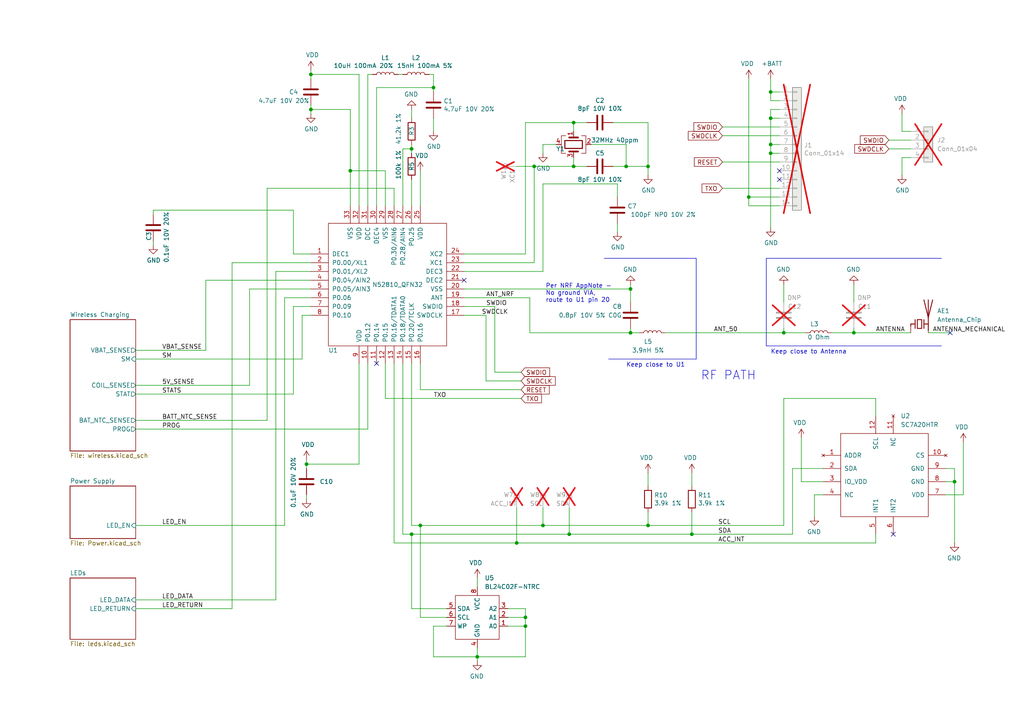
<source format=kicad_sch>
(kicad_sch (version 20250114) (generator "eeschema") (generator_version "9.0")
  (paper "A4")
  (title_block (title "Pixels D6 Schematic, Main") (date "2025-10-12") (rev "11") (company "Systemic Games, LLC") (comment 1 "Main MCU, Accelerometer and Radio"))
  (lib_symbols
    (symbol "Connector_Generic:Conn_01x04" (pin_names (offset 1.016) (hide yes))
      (property "Reference" "J" (at 0 5.08 0))
      (property "Value" "Conn_01x04" (at 0 -7.62 0))
      (symbol "Conn_01x04_1_1"
        (rectangle (start -1.27 3.81) (end 1.27 -6.35) (stroke (width 0.254)) (fill (type background)))
        (rectangle (start -1.27 2.667) (end 0 2.413) (stroke (width 0.1524)))
        (rectangle (start -1.27 0.127) (end 0 -0.127) (stroke (width 0.1524)))
        (rectangle (start -1.27 -2.413) (end 0 -2.667) (stroke (width 0.1524)))
        (rectangle (start -1.27 -4.953) (end 0 -5.207) (stroke (width 0.1524)))
        (pin passive line (at -5.08 2.54 0) (length 3.81) (name "Pin_1") (number "1"))
        (pin passive line (at -5.08 0 0) (length 3.81) (name "Pin_2") (number "2"))
        (pin passive line (at -5.08 -2.54 0) (length 3.81) (name "Pin_3") (number "3"))
        (pin passive line (at -5.08 -5.08 0) (length 3.81) (name "Pin_4") (number "4"))
      )
    )
    (symbol "Connector_Generic:Conn_01x14" (pin_names (offset 1.016) (hide yes))
      (property "Reference" "J" (at 0 17.78 0))
      (property "Value" "Conn_01x14" (at 0 -20.32 0))
      (symbol "Conn_01x14_1_1"
        (rectangle (start -1.27 16.51) (end 1.27 -19.05) (stroke (width 0.254)) (fill (type background)))
        (rectangle (start -1.27 15.367) (end 0 15.113) (stroke (width 0.1524)))
        (rectangle (start -1.27 12.827) (end 0 12.573) (stroke (width 0.1524)))
        (rectangle (start -1.27 10.287) (end 0 10.033) (stroke (width 0.1524)))
        (rectangle (start -1.27 7.747) (end 0 7.493) (stroke (width 0.1524)))
        (rectangle (start -1.27 5.207) (end 0 4.953) (stroke (width 0.1524)))
        (rectangle (start -1.27 2.667) (end 0 2.413) (stroke (width 0.1524)))
        (rectangle (start -1.27 0.127) (end 0 -0.127) (stroke (width 0.1524)))
        (rectangle (start -1.27 -2.413) (end 0 -2.667) (stroke (width 0.1524)))
        (rectangle (start -1.27 -4.953) (end 0 -5.207) (stroke (width 0.1524)))
        (rectangle (start -1.27 -7.493) (end 0 -7.747) (stroke (width 0.1524)))
        (rectangle (start -1.27 -10.033) (end 0 -10.287) (stroke (width 0.1524)))
        (rectangle (start -1.27 -12.573) (end 0 -12.827) (stroke (width 0.1524)))
        (rectangle (start -1.27 -15.113) (end 0 -15.367) (stroke (width 0.1524)))
        (rectangle (start -1.27 -17.653) (end 0 -17.907) (stroke (width 0.1524)))
        (pin passive line (at -5.08 15.24 0) (length 3.81) (name "Pin_1") (number "1"))
        (pin passive line (at -5.08 12.7 0) (length 3.81) (name "Pin_2") (number "2"))
        (pin passive line (at -5.08 10.16 0) (length 3.81) (name "Pin_3") (number "3"))
        (pin passive line (at -5.08 7.62 0) (length 3.81) (name "Pin_4") (number "4"))
        (pin passive line (at -5.08 5.08 0) (length 3.81) (name "Pin_5") (number "5"))
        (pin passive line (at -5.08 2.54 0) (length 3.81) (name "Pin_6") (number "6"))
        (pin passive line (at -5.08 0 0) (length 3.81) (name "Pin_7") (number "7"))
        (pin passive line (at -5.08 -2.54 0) (length 3.81) (name "Pin_8") (number "8"))
        (pin passive line (at -5.08 -5.08 0) (length 3.81) (name "Pin_9") (number "9"))
        (pin passive line (at -5.08 -7.62 0) (length 3.81) (name "Pin_10") (number "10"))
        (pin passive line (at -5.08 -10.16 0) (length 3.81) (name "Pin_11") (number "11"))
        (pin passive line (at -5.08 -12.7 0) (length 3.81) (name "Pin_12") (number "12"))
        (pin passive line (at -5.08 -15.24 0) (length 3.81) (name "Pin_13") (number "13"))
        (pin passive line (at -5.08 -17.78 0) (length 3.81) (name "Pin_14") (number "14"))
      )
    )
    (symbol "Device:Antenna_Chip" (pin_numbers (hide yes)) (pin_names (offset 1.016) (hide yes))
      (property "Reference" "AE" (at 0 5.08 0))
      (property "Value" "Antenna_Chip" (at 0 3.175 0))
      (symbol "Antenna_Chip_0_1"
        (polyline (pts (xy -2.54 0) (xy -2.54 -0.635)) (stroke (width 0.254)))
        (polyline (pts (xy -2.54 0) (xy -1.27 0)) (stroke (width 0.254)))
        (polyline (pts (xy -1.27 1.27) (xy -1.27 -1.27) (xy -1.27 0)) (stroke (width 0.254)))
        (polyline (pts (xy -0.635 1.27) (xy 0.635 1.27) (xy 0.635 -1.27) (xy -0.635 -1.27) (xy -0.635 1.27)) (stroke (width 0.254)))
        (polyline (pts (xy 1.27 1.27) (xy 1.27 -1.27)) (stroke (width 0.254)))
        (polyline (pts (xy 1.27 0) (xy 2.54 0)) (stroke (width 0.254)))
        (polyline (pts (xy 2.54 6.985) (xy 2.54 -1.905)) (stroke (width 0.254)))
        (polyline (pts (xy 2.54 -0.635) (xy 2.54 0)))
        (polyline (pts (xy 3.81 6.985) (xy 2.54 1.905) (xy 1.27 6.985)) (stroke (width 0.254)))
      )
      (symbol "Antenna_Chip_1_1"
        (pin input line (at -2.54 -2.54 90) (length 2.54) (name "FEED") (number "1"))
        (pin passive line (at 2.54 -2.54 90) (length 2.54) (name "PCB_Trace") (number "2"))
      )
    )
    (symbol "Device:C" (pin_numbers (hide yes)) (pin_names (offset 0.254))
      (property "Reference" "C" (at 0.635 2.54 0))
      (property "Value" "C" (at 0.635 -2.54 0))
      (symbol "C_0_1"
        (polyline (pts (xy -2.032 0.762) (xy 2.032 0.762)) (stroke (width 0.508)))
        (polyline (pts (xy -2.032 -0.762) (xy 2.032 -0.762)) (stroke (width 0.508)))
      )
      (symbol "C_1_1"
        (pin passive line (at 0 3.81 270) (length 2.794) (name "~") (number "1"))
        (pin passive line (at 0 -3.81 90) (length 2.794) (name "~") (number "2"))
      )
    )
    (symbol "Device:Crystal_GND24" (pin_names (offset 1.016) (hide yes))
      (property "Reference" "Y" (at 3.175 5.08 0))
      (property "Value" "Crystal_GND24" (at 3.175 3.175 0))
      (symbol "Crystal_GND24_0_1"
        (polyline (pts (xy -2.54 2.286) (xy -2.54 3.556) (xy 2.54 3.556) (xy 2.54 2.286)))
        (polyline (pts (xy -2.54 0) (xy -2.032 0)))
        (polyline (pts (xy -2.54 -2.286) (xy -2.54 -3.556) (xy 2.54 -3.556) (xy 2.54 -2.286)))
        (polyline (pts (xy -2.032 -1.27) (xy -2.032 1.27)) (stroke (width 0.508)))
        (rectangle (start -1.143 2.54) (end 1.143 -2.54) (stroke (width 0.3048)))
        (polyline (pts (xy 0 3.556) (xy 0 3.81)))
        (polyline (pts (xy 0 -3.81) (xy 0 -3.556)))
        (polyline (pts (xy 2.032 0) (xy 2.54 0)))
        (polyline (pts (xy 2.032 -1.27) (xy 2.032 1.27)) (stroke (width 0.508)))
      )
      (symbol "Crystal_GND24_1_1"
        (pin passive line (at -3.81 0 0) (length 1.27) (name "1") (number "1"))
        (pin passive line (at 0 5.08 270) (length 1.27) (name "2") (number "2"))
        (pin passive line (at 0 -5.08 90) (length 1.27) (name "4") (number "4"))
        (pin passive line (at 3.81 0 180) (length 1.27) (name "3") (number "3"))
      )
    )
    (symbol "Device:L" (pin_numbers (hide yes)) (pin_names (offset 1.016) (hide yes))
      (property "Reference" "L" (at -1.27 0 90))
      (property "Value" "L" (at 1.905 0 90))
      (symbol "L_0_1"
        (arc (start 0 2.54) (mid 0.6323 1.905) (end 0 1.27))
        (arc (start 0 1.27) (mid 0.6323 0.635) (end 0 0))
        (arc (start 0 0) (mid 0.6323 -0.635) (end 0 -1.27))
        (arc (start 0 -1.27) (mid 0.6323 -1.905) (end 0 -2.54))
      )
      (symbol "L_1_1"
        (pin passive line (at 0 3.81 270) (length 1.27) (name "1") (number "1"))
        (pin passive line (at 0 -3.81 90) (length 1.27) (name "2") (number "2"))
      )
    )
    (symbol "Device:R" (pin_numbers (hide yes)) (pin_names (offset 0))
      (property "Reference" "R" (at 2.032 0 90))
      (property "Value" "R" (at 0 0 90))
      (symbol "R_0_1"
        (rectangle (start -1.016 -2.54) (end 1.016 2.54) (stroke (width 0.254)))
      )
      (symbol "R_1_1"
        (pin passive line (at 0 3.81 270) (length 1.27) (name "~") (number "1"))
        (pin passive line (at 0 -3.81 90) (length 1.27) (name "~") (number "2"))
      )
    )
    (symbol "Pixels-dice:BL24C02F-NTRC"
      (property "Reference" "U" (at 2.286 -11.176 0))
      (property "Value" "BL24C02F-NTRC" (at 9.398 -9.144 0))
      (symbol "BL24C02F-NTRC_0_1"
        (rectangle (start -6.35 6.35) (end 6.35 -6.35))
      )
      (symbol "BL24C02F-NTRC_1_1"
        (pin bidirectional line (at -8.89 2.54 0) (length 2.54) (name "SDA") (number "5"))
        (pin input line (at -8.89 0 0) (length 2.54) (name "SCL") (number "6"))
        (pin input line (at -8.89 -2.54 0) (length 2.54) (name "WP") (number "7"))
        (pin power_in line (at 0 8.89 270) (length 2.54) (name "VCC") (number "8"))
        (pin power_in line (at 0 -8.89 90) (length 2.54) (name "GND") (number "4"))
        (pin input line (at 8.89 2.54 180) (length 2.54) (name "A2") (number "3"))
        (pin input line (at 8.89 0 180) (length 2.54) (name "A1") (number "2"))
        (pin input line (at 8.89 -2.54 180) (length 2.54) (name "A0") (number "1"))
      )
    )
    (symbol "Pixels-dice:N52810_QFN32" (pin_names (offset 1.016))
      (property "Reference" "U" (at 13.97 -19.05 0))
      (property "Value" "N52810_QFN32" (at 2.54 0 0))
      (symbol "N52810_QFN32_0_1"
        (rectangle (start -17.78 17.78) (end 16.51 -17.78))
      )
      (symbol "N52810_QFN32_1_1"
        (pin power_out line (at -22.86 8.89 0) (length 5.08) (name "DEC1") (number "1"))
        (pin bidirectional line (at -22.86 6.35 0) (length 5.08) (name "P0.00/XL1") (number "2"))
        (pin bidirectional line (at -22.86 3.81 0) (length 5.08) (name "P0.01/XL2") (number "3"))
        (pin bidirectional line (at -22.86 1.27 0) (length 5.08) (name "P0.04/AIN2") (number "4"))
        (pin bidirectional line (at -22.86 -1.27 0) (length 5.08) (name "P0.05/AIN3") (number "5"))
        (pin bidirectional line (at -22.86 -3.81 0) (length 5.08) (name "P0.06") (number "6"))
        (pin bidirectional line (at -22.86 -6.35 0) (length 5.08) (name "P0.09") (number "7"))
        (pin bidirectional line (at -22.86 -8.89 0) (length 5.08) (name "P0.10") (number "8"))
        (pin power_in line (at -11.43 22.86 270) (length 5.08) (name "VSS") (number "33"))
        (pin power_in line (at -8.89 22.86 270) (length 5.08) (name "VDD") (number "32"))
        (pin power_in line (at -8.89 -22.86 90) (length 5.08) (name "VDD") (number "9"))
        (pin output line (at -6.35 22.86 270) (length 5.08) (name "DCC") (number "31"))
        (pin bidirectional line (at -6.35 -22.86 90) (length 5.08) (name "P0.12") (number "10"))
        (pin output line (at -3.81 22.86 270) (length 5.08) (name "DEC4") (number "30"))
        (pin bidirectional line (at -3.81 -22.86 90) (length 5.08) (name "P0.14") (number "11"))
        (pin power_in line (at -1.27 22.86 270) (length 5.08) (name "VSS") (number "29"))
        (pin bidirectional line (at -1.27 -22.86 90) (length 5.08) (name "P0.15") (number "12"))
        (pin bidirectional line (at 1.27 22.86 270) (length 5.08) (name "P0.30/AIN6") (number "28"))
        (pin bidirectional line (at 1.27 -22.86 90) (length 5.08) (name "P0.16/TDATA1") (number "13"))
        (pin bidirectional line (at 3.81 22.86 270) (length 5.08) (name "P0.28/AIN4") (number "27"))
        (pin bidirectional line (at 3.81 -22.86 90) (length 5.08) (name "P0.18/TDATA0") (number "14"))
        (pin bidirectional line (at 6.35 22.86 270) (length 5.08) (name "P0.25") (number "26"))
        (pin bidirectional line (at 6.35 -22.86 90) (length 5.08) (name "P0.20/TCLK") (number "15"))
        (pin power_in line (at 8.89 22.86 270) (length 5.08) (name "VDD") (number "25"))
        (pin bidirectional line (at 8.89 -22.86 90) (length 5.08) (name "P0.16") (number "16"))
        (pin input line (at 21.59 8.89 180) (length 5.08) (name "XC2") (number "24"))
        (pin output line (at 21.59 6.35 180) (length 5.08) (name "XC1") (number "23"))
        (pin output line (at 21.59 3.81 180) (length 5.08) (name "DEC3") (number "22"))
        (pin output line (at 21.59 1.27 180) (length 5.08) (name "DEC2") (number "21"))
        (pin output line (at 21.59 -1.27 180) (length 5.08) (name "VSS") (number "20"))
        (pin output line (at 21.59 -3.81 180) (length 5.08) (name "ANT") (number "19"))
        (pin bidirectional line (at 21.59 -6.35 180) (length 5.08) (name "SWDIO") (number "18"))
        (pin bidirectional line (at 21.59 -8.89 180) (length 5.08) (name "SWDCLK") (number "17"))
      )
    )
    (symbol "Pixels-dice:SC7A20HTR" (pin_names (offset 1.016))
      (property "Reference" "U" (at 10.16 -12.7 0))
      (property "Value" "SC7A20HTR" (at 8.89 13.97 0))
      (symbol "SC7A20HTR_0_1"
        (rectangle (start -12.7 12.7) (end 12.7 -11.43))
      )
      (symbol "SC7A20HTR_1_1"
        (pin no_connect line (at -17.78 6.35 0) (length 5.08) (name "ADDR") (number "1"))
        (pin bidirectional line (at -17.78 2.54 0) (length 5.08) (name "SDA") (number "2"))
        (pin power_in line (at -17.78 -1.27 0) (length 5.08) (name "IO_VDD") (number "3"))
        (pin input line (at -17.78 -5.08 0) (length 5.08) (name "NC") (number "4"))
        (pin input line (at -2.54 17.78 270) (length 5.08) (name "SCL") (number "12"))
        (pin output line (at -2.54 -16.51 90) (length 5.08) (name "INT1") (number "5"))
        (pin no_connect line (at 2.54 17.78 270) (length 5.08) (name "NC") (number "11"))
        (pin output line (at 2.54 -16.51 90) (length 5.08) (name "INT2") (number "6"))
        (pin no_connect line (at 17.78 6.35 180) (length 5.08) (name "CS") (number "10"))
        (pin power_in line (at 17.78 2.54 180) (length 5.08) (name "GND") (number "9"))
        (pin power_in line (at 17.78 -1.27 180) (length 5.08) (name "GND") (number "8"))
        (pin power_in line (at 17.78 -5.08 180) (length 5.08) (name "VDD") (number "7"))
      )
    )
    (symbol "Pixels-dice:TEST_1P-conn" (pin_numbers (hide yes)) (pin_names (offset 0.762) (hide yes))
      (property "Reference" "W" (at 0 6.858 0))
      (property "Value" "TEST_1P-conn" (at 0 5.08 0))
      (symbol "TEST_1P-conn_0_1"
        (circle (center 0 3.302) (radius 0.762))
      )
      (symbol "TEST_1P-conn_1_1"
        (pin passive line (at 0 0 90) (length 2.54) (name "1") (number "1"))
      )
    )
    (symbol "power:+BATT" (power) (pin_names (offset 0))
      (property "Value" "+BATT" (at 0 3.556 0))
      (symbol "+BATT_0_1"
        (polyline (pts (xy -0.762 1.27) (xy 0 2.54)))
        (polyline (pts (xy 0 2.54) (xy 0.762 1.27)))
        (polyline (pts (xy 0 0) (xy 0 2.54)))
      )
      (symbol "+BATT_1_1"
        (pin power_in line (at 0 0 90) (length 0) (hide yes) (name "+BATT") (number "1"))
      )
    )
    (symbol "power:GND" (power) (pin_names (offset 0))
      (property "Value" "GND" (at 0 -3.81 0))
      (symbol "GND_0_1"
        (polyline (pts (xy 0 0) (xy 0 -1.27) (xy 1.27 -1.27) (xy 0 -2.54) (xy -1.27 -1.27) (xy 0 -1.27)))
      )
      (symbol "GND_1_1"
        (pin power_in line (at 0 0 270) (length 0) (hide yes) (name "GND") (number "1"))
      )
    )
    (symbol "power:VDD" (power) (pin_names (offset 0))
      (property "Value" "VDD" (at 0 3.81 0))
      (symbol "VDD_0_1"
        (polyline (pts (xy -0.762 1.27) (xy 0 2.54)))
        (polyline (pts (xy 0 2.54) (xy 0.762 1.27)))
        (polyline (pts (xy 0 0) (xy 0 2.54)))
      )
      (symbol "VDD_1_1"
        (pin power_in line (at 0 0 90) (length 0) (hide yes) (name "VDD") (number "1"))
      )
    )
  )
  (text "Per NRF AppNote -\nNo ground VIA,\nroute to U1 pin 20" (at 158.242 87.884 0) (effects (font (size 1.27 1.27)) (justify left bottom)))
  (text "RF PATH" (at 203.2 110.49 0) (effects (font (size 2.54 2.54)) (justify left bottom)))
  (text "Keep close to Antenna" (at 223.52 102.87 0) (effects (font (size 1.27 1.27)) (justify left bottom)))
  (text "Keep close to U1" (at 181.61 106.68 0) (effects (font (size 1.27 1.27)) (justify left bottom)))
  (junction (at 138.43 190.5))
  (junction (at 101.6 49.53))
  (junction (at 181.61 48.26))
  (junction (at 223.52 26.67))
  (junction (at 187.96 152.4))
  (junction (at 166.37 48.26))
  (junction (at 223.52 41.91))
  (junction (at 149.86 157.48))
  (junction (at 165.1 154.94))
  (junction (at 200.66 154.94))
  (junction (at 182.88 96.52))
  (junction (at 227.33 96.52))
  (junction (at 119.38 43.18))
  (junction (at 125.73 25.4))
  (junction (at 182.88 83.82))
  (junction (at 152.4 181.61))
  (junction (at 90.17 21.59))
  (junction (at 223.52 34.29))
  (junction (at 88.9 134.62))
  (junction (at 247.65 96.52))
  (junction (at 187.96 48.26))
  (junction (at 121.92 152.4))
  (junction (at 217.17 57.15))
  (junction (at 119.38 154.94))
  (junction (at 157.48 152.4))
  (junction (at 90.17 31.75))
  (junction (at 152.4 179.07))
  (junction (at 223.52 44.45))
  (junction (at 276.86 139.7))
  (junction (at 154.94 48.26))
  (junction (at 166.37 35.56))
  (no_connect (at 275.59 96.52))
  (no_connect (at 226.06 49.53))
  (no_connect (at 259.08 154.94))
  (no_connect (at 226.06 52.07))
  (no_connect (at 134.62 81.28))
  (no_connect (at 109.22 105.41))
  (wire (pts (xy 101.6 31.75) (xy 90.17 31.75)))
  (wire (pts (xy 101.6 59.69) (xy 101.6 49.53)))
  (wire (pts (xy 125.73 190.5) (xy 138.43 190.5)))
  (wire (pts (xy 209.55 46.99) (xy 226.06 46.99)))
  (wire (pts (xy 149.86 147.32) (xy 149.86 157.48)))
  (wire (pts (xy 181.61 41.91) (xy 181.61 48.26)))
  (wire (pts (xy 80.01 78.74) (xy 90.17 78.74)))
  (wire (pts (xy 149.86 48.26) (xy 154.94 48.26)))
  (wire (pts (xy 154.94 76.2) (xy 154.94 48.26)))
  (wire (pts (xy 90.17 20.32) (xy 90.17 21.59)))
  (wire (pts (xy 152.4 181.61) (xy 152.4 190.5)))
  (wire (pts (xy 111.76 105.41) (xy 111.76 115.57)))
  (wire (pts (xy 177.8 48.26) (xy 181.61 48.26)))
  (wire (pts (xy 140.97 110.49) (xy 151.13 110.49)))
  (wire (pts (xy 39.37 104.14) (xy 87.63 104.14)))
  (wire (pts (xy 114.3 157.48) (xy 114.3 105.41)))
  (wire (pts (xy 223.52 31.75) (xy 223.52 34.29)))
  (wire (pts (xy 119.38 31.75) (xy 119.38 34.29)))
  (polyline (pts (xy 222.25 74.93) (xy 222.25 100.33)))
  (wire (pts (xy 134.62 73.66) (xy 152.4 73.66)))
  (wire (pts (xy 187.96 35.56) (xy 187.96 48.26)))
  (wire (pts (xy 39.37 173.99) (xy 80.01 173.99)))
  (wire (pts (xy 166.37 35.56) (xy 170.18 35.56)))
  (wire (pts (xy 87.63 91.44) (xy 90.17 91.44)))
  (wire (pts (xy 217.17 57.15) (xy 217.17 59.69)))
  (wire (pts (xy 226.06 57.15) (xy 217.17 57.15)))
  (polyline (pts (xy 222.25 100.33) (xy 273.05 100.33)))
  (wire (pts (xy 134.62 86.36) (xy 153.67 86.36)))
  (wire (pts (xy 59.69 81.28) (xy 59.69 101.6)))
  (wire (pts (xy 152.4 179.07) (xy 152.4 181.61)))
  (wire (pts (xy 121.92 152.4) (xy 121.92 179.07)))
  (wire (pts (xy 226.06 44.45) (xy 223.52 44.45)))
  (wire (pts (xy 119.38 52.07) (xy 119.38 59.69)))
  (wire (pts (xy 125.73 34.29) (xy 125.73 38.1)))
  (wire (pts (xy 39.37 111.76) (xy 72.39 111.76)))
  (wire (pts (xy 107.95 21.59) (xy 106.68 21.59)))
  (wire (pts (xy 88.9 134.62) (xy 88.9 135.89)))
  (wire (pts (xy 182.88 95.25) (xy 182.88 96.52)))
  (wire (pts (xy 209.55 54.61) (xy 226.06 54.61)))
  (wire (pts (xy 134.62 83.82) (xy 182.88 83.82)))
  (wire (pts (xy 88.9 134.62) (xy 104.14 134.62)))
  (wire (pts (xy 149.86 157.48) (xy 254 157.48)))
  (wire (pts (xy 121.92 113.03) (xy 151.13 113.03)))
  (wire (pts (xy 77.47 54.61) (xy 114.3 54.61)))
  (wire (pts (xy 152.4 73.66) (xy 152.4 35.56)))
  (wire (pts (xy 90.17 86.36) (xy 82.55 86.36)))
  (wire (pts (xy 134.62 88.9) (xy 143.51 88.9)))
  (wire (pts (xy 226.06 34.29) (xy 223.52 34.29)))
  (wire (pts (xy 153.67 96.52) (xy 182.88 96.52)))
  (wire (pts (xy 254 115.57) (xy 227.33 115.57)))
  (wire (pts (xy 85.09 114.3) (xy 39.37 114.3)))
  (wire (pts (xy 88.9 134.62) (xy 88.9 133.35)))
  (wire (pts (xy 143.51 107.95) (xy 151.13 107.95)))
  (wire (pts (xy 254 120.65) (xy 254 115.57)))
  (wire (pts (xy 147.32 176.53) (xy 152.4 176.53)))
  (wire (pts (xy 111.76 115.57) (xy 151.13 115.57)))
  (wire (pts (xy 161.29 41.91) (xy 157.48 41.91)))
  (wire (pts (xy 257.81 43.18) (xy 264.16 43.18)))
  (wire (pts (xy 90.17 21.59) (xy 90.17 22.86)))
  (wire (pts (xy 236.22 143.51) (xy 236.22 149.86)))
  (wire (pts (xy 121.92 49.53) (xy 121.92 59.69)))
  (wire (pts (xy 125.73 25.4) (xy 125.73 26.67)))
  (wire (pts (xy 274.32 139.7) (xy 276.86 139.7)))
  (wire (pts (xy 209.55 39.37) (xy 226.06 39.37)))
  (wire (pts (xy 152.4 190.5) (xy 138.43 190.5)))
  (wire (pts (xy 125.73 181.61) (xy 125.73 190.5)))
  (wire (pts (xy 87.63 104.14) (xy 87.63 91.44)))
  (wire (pts (xy 67.31 76.2) (xy 67.31 176.53)))
  (wire (pts (xy 124.46 21.59) (xy 125.73 21.59)))
  (wire (pts (xy 125.73 25.4) (xy 109.22 25.4)))
  (wire (pts (xy 165.1 154.94) (xy 200.66 154.94)))
  (wire (pts (xy 193.04 96.52) (xy 227.33 96.52)))
  (wire (pts (xy 177.8 35.56) (xy 187.96 35.56)))
  (wire (pts (xy 200.66 148.59) (xy 200.66 154.94)))
  (wire (pts (xy 39.37 124.46) (xy 106.68 124.46)))
  (wire (pts (xy 119.38 154.94) (xy 165.1 154.94)))
  (polyline (pts (xy 176.53 104.14) (xy 201.93 104.14)))
  (wire (pts (xy 134.62 78.74) (xy 157.48 78.74)))
  (wire (pts (xy 152.4 176.53) (xy 152.4 179.07)))
  (wire (pts (xy 279.4 143.51) (xy 274.32 143.51)))
  (wire (pts (xy 154.94 48.26) (xy 166.37 48.26)))
  (wire (pts (xy 247.65 82.55) (xy 247.65 87.63)))
  (wire (pts (xy 223.52 22.86) (xy 223.52 26.67)))
  (wire (pts (xy 187.96 148.59) (xy 187.96 152.4)))
  (wire (pts (xy 72.39 111.76) (xy 72.39 83.82)))
  (wire (pts (xy 147.32 181.61) (xy 152.4 181.61)))
  (wire (pts (xy 209.55 36.83) (xy 226.06 36.83)))
  (wire (pts (xy 227.33 96.52) (xy 233.68 96.52)))
  (wire (pts (xy 238.76 135.89) (xy 229.87 135.89)))
  (wire (pts (xy 254 154.94) (xy 254 157.48)))
  (wire (pts (xy 138.43 167.64) (xy 138.43 170.18)))
  (wire (pts (xy 106.68 124.46) (xy 106.68 105.41)))
  (wire (pts (xy 82.55 86.36) (xy 82.55 152.4)))
  (polyline (pts (xy 201.93 74.93) (xy 201.93 104.14)))
  (wire (pts (xy 166.37 48.26) (xy 170.18 48.26)))
  (wire (pts (xy 182.88 82.55) (xy 182.88 83.82)))
  (wire (pts (xy 85.09 88.9) (xy 90.17 88.9)))
  (wire (pts (xy 179.07 53.34) (xy 179.07 57.15)))
  (wire (pts (xy 114.3 157.48) (xy 149.86 157.48)))
  (wire (pts (xy 261.62 33.02) (xy 261.62 38.1)))
  (wire (pts (xy 88.9 143.51) (xy 88.9 144.78)))
  (wire (pts (xy 90.17 31.75) (xy 90.17 33.02)))
  (wire (pts (xy 200.66 137.16) (xy 200.66 140.97)))
  (wire (pts (xy 157.48 152.4) (xy 187.96 152.4)))
  (wire (pts (xy 138.43 190.5) (xy 138.43 191.77)))
  (wire (pts (xy 116.84 43.18) (xy 119.38 43.18)))
  (wire (pts (xy 134.62 76.2) (xy 154.94 76.2)))
  (wire (pts (xy 152.4 35.56) (xy 166.37 35.56)))
  (wire (pts (xy 116.84 154.94) (xy 119.38 154.94)))
  (wire (pts (xy 39.37 121.92) (xy 77.47 121.92)))
  (wire (pts (xy 125.73 21.59) (xy 125.73 25.4)))
  (wire (pts (xy 200.66 154.94) (xy 229.87 154.94)))
  (wire (pts (xy 241.3 96.52) (xy 247.65 96.52)))
  (wire (pts (xy 238.76 143.51) (xy 236.22 143.51)))
  (wire (pts (xy 217.17 22.86) (xy 217.17 57.15)))
  (wire (pts (xy 90.17 76.2) (xy 67.31 76.2)))
  (wire (pts (xy 238.76 139.7) (xy 232.41 139.7)))
  (wire (pts (xy 85.09 88.9) (xy 85.09 114.3)))
  (wire (pts (xy 72.39 83.82) (xy 90.17 83.82)))
  (wire (pts (xy 276.86 139.7) (xy 276.86 157.48)))
  (wire (pts (xy 90.17 73.66) (xy 85.09 73.66)))
  (wire (pts (xy 59.69 81.28) (xy 90.17 81.28)))
  (wire (pts (xy 227.33 82.55) (xy 227.33 87.63)))
  (wire (pts (xy 77.47 121.92) (xy 77.47 54.61)))
  (wire (pts (xy 232.41 127) (xy 232.41 139.7)))
  (wire (pts (xy 104.14 21.59) (xy 90.17 21.59)))
  (wire (pts (xy 261.62 38.1) (xy 264.16 38.1)))
  (wire (pts (xy 140.97 91.44) (xy 140.97 110.49)))
  (wire (pts (xy 223.52 26.67) (xy 223.52 29.21)))
  (wire (pts (xy 116.84 59.69) (xy 116.84 43.18)))
  (wire (pts (xy 101.6 49.53) (xy 101.6 31.75)))
  (wire (pts (xy 223.52 44.45) (xy 223.52 66.04)))
  (wire (pts (xy 171.45 41.91) (xy 181.61 41.91)))
  (polyline (pts (xy 175.26 74.93) (xy 201.93 74.93)))
  (wire (pts (xy 229.87 135.89) (xy 229.87 154.94)))
  (wire (pts (xy 276.86 135.89) (xy 276.86 139.7)))
  (wire (pts (xy 119.38 154.94) (xy 119.38 176.53)))
  (wire (pts (xy 226.06 41.91) (xy 223.52 41.91)))
  (wire (pts (xy 223.52 29.21) (xy 226.06 29.21)))
  (wire (pts (xy 223.52 26.67) (xy 226.06 26.67)))
  (wire (pts (xy 121.92 113.03) (xy 121.92 105.41)))
  (wire (pts (xy 153.67 86.36) (xy 153.67 96.52)))
  (polyline (pts (xy 222.25 74.93) (xy 273.05 74.93)))
  (wire (pts (xy 134.62 91.44) (xy 140.97 91.44)))
  (wire (pts (xy 165.1 147.32) (xy 165.1 154.94)))
  (wire (pts (xy 274.32 135.89) (xy 276.86 135.89)))
  (wire (pts (xy 44.45 69.85) (xy 44.45 71.12)))
  (wire (pts (xy 119.38 176.53) (xy 129.54 176.53)))
  (wire (pts (xy 111.76 59.69) (xy 111.76 49.53)))
  (wire (pts (xy 106.68 21.59) (xy 106.68 59.69)))
  (wire (pts (xy 111.76 49.53) (xy 101.6 49.53)))
  (wire (pts (xy 223.52 41.91) (xy 223.52 44.45)))
  (wire (pts (xy 138.43 187.96) (xy 138.43 190.5)))
  (wire (pts (xy 119.38 43.18) (xy 119.38 44.45)))
  (wire (pts (xy 157.48 147.32) (xy 157.48 152.4)))
  (wire (pts (xy 44.45 60.96) (xy 85.09 60.96)))
  (wire (pts (xy 39.37 176.53) (xy 67.31 176.53)))
  (wire (pts (xy 121.92 152.4) (xy 157.48 152.4)))
  (wire (pts (xy 187.96 137.16) (xy 187.96 140.97)))
  (wire (pts (xy 261.62 45.72) (xy 261.62 50.8)))
  (wire (pts (xy 143.51 88.9) (xy 143.51 107.95)))
  (wire (pts (xy 129.54 179.07) (xy 121.92 179.07)))
  (wire (pts (xy 90.17 30.48) (xy 90.17 31.75)))
  (wire (pts (xy 279.4 128.27) (xy 279.4 143.51)))
  (wire (pts (xy 157.48 53.34) (xy 157.48 78.74)))
  (wire (pts (xy 109.22 25.4) (xy 109.22 59.69)))
  (wire (pts (xy 80.01 78.74) (xy 80.01 173.99)))
  (wire (pts (xy 181.61 48.26) (xy 187.96 48.26)))
  (wire (pts (xy 247.65 96.52) (xy 264.16 96.52)))
  (wire (pts (xy 147.32 179.07) (xy 152.4 179.07)))
  (wire (pts (xy 39.37 152.4) (xy 82.55 152.4)))
  (wire (pts (xy 223.52 31.75) (xy 226.06 31.75)))
  (wire (pts (xy 187.96 152.4) (xy 227.33 152.4)))
  (wire (pts (xy 119.38 152.4) (xy 121.92 152.4)))
  (wire (pts (xy 182.88 83.82) (xy 182.88 87.63)))
  (wire (pts (xy 179.07 64.77) (xy 179.07 67.31)))
  (wire (pts (xy 223.52 34.29) (xy 223.52 41.91)))
  (wire (pts (xy 157.48 41.91) (xy 157.48 44.45)))
  (wire (pts (xy 119.38 105.41) (xy 119.38 152.4)))
  (wire (pts (xy 115.57 21.59) (xy 116.84 21.59)))
  (wire (pts (xy 261.62 45.72) (xy 264.16 45.72)))
  (wire (pts (xy 187.96 48.26) (xy 187.96 50.8)))
  (wire (pts (xy 166.37 45.72) (xy 166.37 48.26)))
  (wire (pts (xy 166.37 38.1) (xy 166.37 35.56)))
  (wire (pts (xy 179.07 53.34) (xy 157.48 53.34)))
  (wire (pts (xy 247.65 95.25) (xy 247.65 96.52)))
  (wire (pts (xy 269.24 96.52) (xy 275.59 96.52)))
  (wire (pts (xy 85.09 60.96) (xy 85.09 73.66)))
  (wire (pts (xy 119.38 41.91) (xy 119.38 43.18)))
  (wire (pts (xy 182.88 96.52) (xy 185.42 96.52)))
  (wire (pts (xy 44.45 60.96) (xy 44.45 62.23)))
  (wire (pts (xy 116.84 105.41) (xy 116.84 154.94)))
  (wire (pts (xy 104.14 21.59) (xy 104.14 59.69)))
  (wire (pts (xy 129.54 181.61) (xy 125.73 181.61)))
  (wire (pts (xy 227.33 115.57) (xy 227.33 152.4)))
  (wire (pts (xy 114.3 54.61) (xy 114.3 59.69)))
  (wire (pts (xy 217.17 59.69) (xy 226.06 59.69)))
  (wire (pts (xy 104.14 105.41) (xy 104.14 134.62)))
  (wire (pts (xy 257.81 40.64) (xy 264.16 40.64)))
  (wire (pts (xy 227.33 95.25) (xy 227.33 96.52)))
  (wire (pts (xy 39.37 101.6) (xy 59.69 101.6)))
  (label "ANTENNA_MECHANICAL" (at 270.51 96.52 0))
  (label "PROG" (at 46.99 124.46 0))
  (label "ACC_INT" (at 208.28 157.48 0))
  (label "ANT_50" (at 207.01 96.52 0))
  (label "SWDCLK" (at 139.7 91.44 0))
  (label "VBAT_SENSE" (at 46.99 101.6 0))
  (label "5V_SENSE" (at 46.99 111.76 0))
  (label "TXO" (at 125.73 115.57 0))
  (label "BATT_NTC_SENSE" (at 46.99 121.92 0))
  (label "ANT_NRF" (at 140.97 86.36 0))
  (label "SDA" (at 208.28 154.94 0))
  (label "SM" (at 46.99 104.14 0))
  (label "LED_EN" (at 46.99 152.4 0))
  (label "ANTENNA" (at 254 96.52 0))
  (label "SWDIO" (at 140.97 88.9 0))
  (label "LED_RETURN" (at 46.99 176.53 0))
  (label "LED_DATA" (at 46.99 173.99 0))
  (label "SCL" (at 208.28 152.4 0))
  (label "STATS" (at 46.99 114.3 0))
  (global_label "TXO" (shape input) (at 151.13 115.57 0) (property "Intersheetrefs" "${INTERSHEET_REFS}" (effects (hide yes))))
  (global_label "SWDCLK" (shape input) (at 257.81 43.18 180) (property "Intersheetrefs" "${INTERSHEET_REFS}" (effects (hide yes))))
  (global_label "SWDIO" (shape input) (at 151.13 107.95 0) (property "Intersheetrefs" "${INTERSHEET_REFS}" (effects (hide yes))))
  (global_label "SWDCLK" (shape input) (at 209.55 39.37 180) (property "Intersheetrefs" "${INTERSHEET_REFS}" (effects (hide yes))))
  (global_label "RESET" (shape input) (at 209.55 46.99 180) (property "Intersheetrefs" "${INTERSHEET_REFS}" (effects (hide yes))))
  (global_label "SWDCLK" (shape input) (at 151.13 110.49 0) (property "Intersheetrefs" "${INTERSHEET_REFS}" (effects (hide yes))))
  (global_label "RESET" (shape input) (at 151.13 113.03 0) (property "Intersheetrefs" "${INTERSHEET_REFS}" (effects (hide yes))))
  (global_label "SWDIO" (shape input) (at 209.55 36.83 180) (property "Intersheetrefs" "${INTERSHEET_REFS}" (effects (hide yes))))
  (global_label "TXO" (shape input) (at 209.55 54.61 180) (property "Intersheetrefs" "${INTERSHEET_REFS}" (effects (hide yes))))
  (global_label "SWDIO" (shape input) (at 257.81 40.64 180) (property "Intersheetrefs" "${INTERSHEET_REFS}" (effects (hide yes))))
  (symbol (lib_id "power:GND") (at 88.9 144.78 0) (unit 1)
    (property "Reference" "#PWR016" (effects (hide yes)))
    (property "Value" "GND" (at 89.027 149.1742 0))
  )
  (symbol (lib_id "power:VDD") (at 88.9 133.35 0) (unit 1)
    (property "Reference" "#PWR014" (effects (hide yes)))
    (property "Value" "VDD" (at 89.3318 128.9558 0))
  )
  (symbol (lib_id "Device:C") (at 88.9 139.7 0) (unit 1)
    (property "Reference" "C10" (at 92.71 139.7 0) (effects (justify left)))
    (property "Value" "0.1uF 10V 20%" (at 85.09 147.32 90) (effects (justify left)))
    (property "Footprint" "Capacitor_SMD:C_0201_0603Metric" (effects (hide yes)))
    (property "Generic OK" "YES" (effects (hide yes)))
    (property "Manufacturer" "HRE" (effects (hide yes)))
    (property "Part Number" "CGA0201X5R104K100ET" (effects (hide yes)))
    (property "LCSC Part #" "C6119757" (effects (hide yes)))
  )
  (symbol (lib_id "power:GND") (at 90.17 33.02 0) (unit 1)
    (property "Reference" "#PWR08" (effects (hide yes)))
    (property "Value" "GND" (at 90.297 37.4142 0))
  )
  (symbol (lib_id "power:VDD") (at 90.17 20.32 0) (unit 1)
    (property "Reference" "#PWR01" (effects (hide yes)))
    (property "Value" "VDD" (at 90.6018 15.9258 0))
  )
  (symbol (lib_id "Device:C") (at 90.17 26.67 0) (unit 1)
    (property "Reference" "C4" (at 83.82 26.67 0) (effects (justify left)))
    (property "Value" "4.7uF 10V 20%" (at 74.93 29.21 0) (effects (justify left)))
    (property "Footprint" "Pixels-dice:C_0402_1005Metric" (effects (hide yes)))
    (property "Generic OK" "YES" (effects (hide yes)))
    (property "Manufacturer" "HRE" (effects (hide yes)))
    (property "Part Number" "CGA0402X5R475M100GT" (effects (hide yes)))
    (property "Alternate Manufacturer" "Samsung Electro-Mechanics" (effects (hide yes)))
    (property "Alternate PN" "CL05A475MP5NRNC" (effects (hide yes)))
    (property "Alternate LCSC Part #" "C23733" (effects (hide yes)))
    (property "LCSC Part #" "C1849652" (effects (hide yes)))
  )
  (symbol (lib_id "power:GND") (at 44.45 71.12 0) (unit 1)
    (property "Reference" "#PWR05" (effects (hide yes)))
    (property "Value" "GND" (at 44.577 75.5142 0))
  )
  (symbol (lib_id "Device:C") (at 44.45 66.04 0) (unit 1)
    (property "Reference" "C3" (at 43.18 69.85 90) (effects (justify left)))
    (property "Value" "0.1uF 10V 20%" (at 48.26 76.2 90) (effects (justify left)))
    (property "Footprint" "Capacitor_SMD:C_0201_0603Metric" (effects (hide yes)))
    (property "Generic OK" "YES" (effects (hide yes)))
    (property "Manufacturer" "HRE" (effects (hide yes)))
    (property "Part Number" "CGA0201X5R104K100ET" (effects (hide yes)))
    (property "LCSC Part #" "C6119757" (effects (hide yes)))
  )
  (symbol (lib_id "Device:L") (at 111.76 21.59 90) (unit 1)
    (property "Reference" "L1" (at 111.76 16.764 90))
    (property "Value" "10uH 100mA 20%" (at 105.41 19.05 90))
    (property "Footprint" "Inductor_SMD:L_0603_1608Metric" (effects (hide yes)))
    (property "Generic OK" "YES" (effects (hide yes)))
    (property "Manufacturer" "FH" (effects (hide yes)))
    (property "Part Number" "CMI160808J100KT" (effects (hide yes)))
    (property "LCSC Part #" "C411908" (effects (hide yes)))
  )
  (symbol (lib_id "Device:L") (at 120.65 21.59 90) (unit 1)
    (property "Reference" "L2" (at 120.65 16.764 90))
    (property "Value" "15nH 100mA 5%" (at 123.19 19.05 90))
    (property "Footprint" "Inductor_SMD:L_0201_0603Metric" (effects (hide yes)))
    (property "Generic OK" "YES" (effects (hide yes)))
    (property "Manufacturer" "FH" (effects (hide yes)))
    (property "Part Number" "VHF060303HQ15NKT" (effects (hide yes)))
    (property "LCSC Part #" "C381880" (effects (hide yes)))
  )
  (symbol (lib_id "Device:C") (at 125.73 30.48 0) (unit 1)
    (property "Reference" "C1" (at 128.651 29.3116 0) (effects (justify left)))
    (property "Value" "4.7uF 10V 20%" (at 128.651 31.623 0) (effects (justify left)))
    (property "Footprint" "Pixels-dice:C_0402_1005Metric" (effects (hide yes)))
    (property "Generic OK" "YES" (effects (hide yes)))
    (property "Manufacturer" "HRE" (effects (hide yes)))
    (property "Part Number" "CGA0402X5R475M100GT" (effects (hide yes)))
    (property "Alternate Manufacturer" "Samsung Electro-Mechanics" (effects (hide yes)))
    (property "Alternate PN" "CL05A475MP5NRNC" (effects (hide yes)))
    (property "Alternate LCSC Part #" "C23733" (effects (hide yes)))
    (property "LCSC Part #" "C1849652" (effects (hide yes)))
  )
  (symbol (lib_id "power:GND") (at 125.73 38.1 0) (unit 1)
    (property "Reference" "#PWR03" (effects (hide yes)))
    (property "Value" "GND" (at 125.857 42.4942 0))
  )
  (symbol (lib_id "Device:Crystal_GND24") (at 166.37 41.91 270) (unit 1)
    (property "Reference" "Y1" (at 161.29 43.18 90) (effects (justify left)))
    (property "Value" "32MHz 40ppm" (at 171.45 40.64 90) (effects (justify left)))
    (property "Footprint" "Pixels-dice:Crystal_SMD_2016-4Pin_2.0x1.6mm" (effects (hide yes)))
    (property "Generic OK" "YES" (effects (hide yes)))
    (property "Manufacturer" "TOGNJING" (effects (hide yes)))
    (property "Part Number" "XTM20032000DT00351001" (effects (hide yes)))
    (property "Alternate Manufacturer" "TXC Corp" (effects (hide yes)))
    (property "Alternate PN" "8Q32000002" (effects (hide yes)))
    (property "Alternate LCSC Part #" "C5203640" (effects (hide yes)))
    (property "LCSC Part #" "C20623629" (effects (hide yes)))
  )
  (symbol (lib_id "Device:C") (at 173.99 35.56 270) (unit 1)
    (property "Reference" "C2" (at 173.99 29.1592 90))
    (property "Value" "8pF 10V 10%" (at 173.99 31.4706 90))
    (property "Footprint" "Capacitor_SMD:C_0201_0603Metric" (effects (hide yes)))
    (property "Generic OK" "YES" (effects (hide yes)))
    (property "Manufacturer" "HRE" (effects (hide yes)))
    (property "Part Number" "CGA0201C0G8R0B250ET" (effects (hide yes)))
    (property "LCSC Part #" "C501818" (effects (hide yes)))
  )
  (symbol (lib_id "Device:C") (at 173.99 48.26 270) (unit 1)
    (property "Reference" "C5" (at 173.99 44.45 90))
    (property "Value" "8pF 10V 10%" (at 173.99 52.07 90))
    (property "Footprint" "Capacitor_SMD:C_0201_0603Metric" (effects (hide yes)))
    (property "Generic OK" "YES" (effects (hide yes)))
    (property "Manufacturer" "HRE" (effects (hide yes)))
    (property "Part Number" "CGA0201C0G8R0B250ET" (effects (hide yes)))
    (property "LCSC Part #" "C501818" (effects (hide yes)))
  )
  (symbol (lib_id "power:GND") (at 187.96 50.8 0) (unit 1)
    (property "Reference" "#PWR09" (effects (hide yes)))
    (property "Value" "GND" (at 188.087 55.1942 0))
  )
  (symbol (lib_id "power:GND") (at 179.07 67.31 0) (unit 1)
    (property "Reference" "#PWR011" (effects (hide yes)))
    (property "Value" "GND" (at 179.197 71.7042 0))
  )
  (symbol (lib_id "Device:C") (at 179.07 60.96 0) (unit 1)
    (property "Reference" "C7" (at 181.991 59.7916 0) (effects (justify left)))
    (property "Value" "100pF NP0 10V 2%" (at 182.88 62.23 0) (effects (justify left)))
    (property "Footprint" "Capacitor_SMD:C_0201_0603Metric" (effects (hide yes)))
    (property "Generic OK" "YES" (effects (hide yes)))
    (property "Manufacturer" "HRE" (effects (hide yes)))
    (property "Part Number" "CGA0201C0G101J500ET" (effects (hide yes)))
    (property "Alternate Manufacturer" "EYANG(Shenzhen Eyang Tech Development)" (effects (hide yes)))
    (property "Alternate PN" "C0201C0G101J500NTA" (effects (hide yes)))
    (property "Alternate LCSC Part #" "C115540" (effects (hide yes)))
    (property "LCSC Part #" "C20069263" (effects (hide yes)))
  )
  (symbol (lib_id "power:GND") (at 182.88 82.55 180) (unit 1)
    (property "Reference" "#PWR012" (effects (hide yes)))
    (property "Value" "GND" (at 182.753 78.1558 0))
  )
  (symbol (lib_id "power:GND") (at 157.48 44.45 0) (unit 1)
    (property "Reference" "#PWR06" (effects (hide yes)))
    (property "Value" "GND" (at 157.607 48.8442 0))
  )
  (symbol (lib_id "Pixels-dice:TEST_1P-conn") (at 149.86 147.32 0) (unit 1) (in_bom no) (dnp yes)
    (property "Reference" "W7" (at 146.05 143.51 0) (effects (justify left)))
    (property "Value" "ACC_INT" (at 142.24 146.05 0) (effects (justify left)))
    (property "Footprint" "Pixels-dice:TEST_PIN" (effects (hide yes)))
    (property "Generic OK" "N/A" (effects (hide yes)))
  )
  (symbol (lib_id "Pixels-dice:TEST_1P-conn") (at 157.48 147.32 0) (unit 1) (in_bom no) (dnp yes)
    (property "Reference" "W8" (at 153.67 143.51 0) (effects (justify left)))
    (property "Value" "SCL" (at 153.67 146.05 0) (effects (justify left)))
    (property "Footprint" "Pixels-dice:TEST_PIN" (effects (hide yes)))
    (property "Generic OK" "N/A" (effects (hide yes)))
  )
  (symbol (lib_id "Pixels-dice:TEST_1P-conn") (at 165.1 147.32 0) (unit 1) (in_bom no) (dnp yes)
    (property "Reference" "W9" (at 161.29 143.51 0) (effects (justify left)))
    (property "Value" "SDA" (at 161.29 146.05 0) (effects (justify left)))
    (property "Footprint" "Pixels-dice:TEST_PIN" (effects (hide yes)))
    (property "Generic OK" "N/A" (effects (hide yes)))
  )
  (symbol (lib_id "power:GND") (at 261.62 50.8 0) (unit 1)
    (property "Reference" "#PWR024" (effects (hide yes)))
    (property "Value" "GND" (at 261.747 55.1942 0))
  )
  (symbol (lib_id "power:GND") (at 227.33 82.55 180) (unit 1)
    (property "Reference" "#PWR049" (effects (hide yes)))
    (property "Value" "GND" (at 227.203 78.1558 0))
  )
  (symbol (lib_id "power:VDD") (at 232.41 127 0) (mirror y) (unit 1)
    (property "Reference" "#PWR044" (effects (hide yes)))
    (property "Value" "VDD" (at 231.9782 122.6058 0))
  )
  (symbol (lib_id "Device:C") (at 182.88 91.44 180) (unit 1)
    (property "Reference" "C8" (at 180.34 88.9 0) (effects (justify left)))
    (property "Value" "0.8pF 10V 5% C0G" (at 180.34 91.44 0) (effects (justify left)))
    (property "Footprint" "Capacitor_SMD:C_0201_0603Metric" (effects (hide yes)))
    (property "Generic OK" "YES" (effects (hide yes)))
    (property "Pixels Part Number" "SMD-C004" (effects (hide yes)))
    (property "Manufacturer" "HRE" (effects (hide yes)))
    (property "Manufacturer Part Number" "GJM1555C1HR80BB01" (effects (hide yes)))
    (property "Part Number" "CGA0201C0GR80C250ET" (effects (hide yes)))
  )
  (symbol (lib_id "power:VDD") (at 187.96 137.16 0) (mirror y) (unit 1)
    (property "Reference" "#PWR034" (effects (hide yes)))
    (property "Value" "VDD" (at 187.5282 132.7658 0))
  )
  (symbol (lib_id "power:VDD") (at 138.43 167.64 0) (mirror y) (unit 1)
    (property "Reference" "#PWR042" (effects (hide yes)))
    (property "Value" "VDD" (at 137.9982 163.2458 0))
  )
  (symbol (lib_id "Device:R") (at 200.66 144.78 0) (unit 1)
    (property "Reference" "R11" (at 202.438 143.6116 0) (effects (justify left)))
    (property "Value" "3.9k 1%" (at 202.438 145.923 0) (effects (justify left)))
    (property "Footprint" "Resistor_SMD:R_0201_0603Metric" (effects (hide yes)))
    (property "Generic OK" "YES" (effects (hide yes)))
    (property "Manufacturer" "UNI-ROYAL(Uniroyal Elec)" (effects (hide yes)))
    (property "Part Number" "0201WMF3651TEE" (effects (hide yes)))
    (property "Alternate Manufacturer" "UNI-ROYAL(Uniroyal Elec)" (effects (hide yes)))
    (property "LCSC Part #" "C516477" (effects (hide yes)))
  )
  (symbol (lib_id "power:VDD") (at 200.66 137.16 0) (mirror y) (unit 1)
    (property "Reference" "#PWR036" (effects (hide yes)))
    (property "Value" "VDD" (at 200.2282 132.7658 0))
  )
  (symbol (lib_id "power:VDD") (at 279.4 128.27 0) (mirror y) (unit 1)
    (property "Reference" "#PWR062" (effects (hide yes)))
    (property "Value" "VDD" (at 278.9682 123.8758 0))
  )
  (symbol (lib_id "power:VDD") (at 121.92 49.53 0) (unit 1)
    (property "Reference" "#PWR023" (effects (hide yes)))
    (property "Value" "VDD" (at 122.3518 45.1358 0))
  )
  (symbol (lib_id "power:VDD") (at 217.17 22.86 0) (mirror y) (unit 1)
    (property "Reference" "#PWR018" (effects (hide yes)))
    (property "Value" "VDD" (at 216.7382 18.4658 0))
  )
  (symbol (lib_id "Connector_Generic:Conn_01x14") (at 231.14 41.91 0) (unit 1) (in_bom no) (dnp yes)
    (property "Reference" "J1" (at 233.172 42.1132 0) (effects (justify left)))
    (property "Value" "Conn_01x14" (at 233.172 44.4246 0) (effects (justify left)))
    (property "Footprint" "Pixels-dice:FPC_14" (effects (hide yes)))
    (property "Generic OK" "N/A" (effects (hide yes)))
  )
  (symbol (lib_id "Device:R") (at 187.96 144.78 0) (unit 1)
    (property "Reference" "R10" (at 189.738 143.6116 0) (effects (justify left)))
    (property "Value" "3.9k 1%" (at 189.738 145.923 0) (effects (justify left)))
    (property "Footprint" "Resistor_SMD:R_0201_0603Metric" (effects (hide yes)))
    (property "Generic OK" "YES" (effects (hide yes)))
    (property "Manufacturer" "UNI-ROYAL(Uniroyal Elec)" (effects (hide yes)))
    (property "Part Number" "0201WMF3651TEE" (effects (hide yes)))
    (property "Alternate Manufacturer" "UNI-ROYAL(Uniroyal Elec)" (effects (hide yes)))
    (property "LCSC Part #" "C516477" (effects (hide yes)))
  )
  (symbol (lib_id "power:GND") (at 236.22 149.86 0) (mirror y) (unit 1)
    (property "Reference" "#PWR075" (effects (hide yes)))
    (property "Value" "GND" (at 236.093 154.2542 0))
  )
  (symbol (lib_id "power:GND") (at 119.38 31.75 180) (unit 1)
    (property "Reference" "#PWR070" (effects (hide yes)))
    (property "Value" "GND" (at 119.253 27.3558 0))
  )
  (symbol (lib_id "power:GND") (at 223.52 66.04 0) (unit 1)
    (property "Reference" "#PWR056" (effects (hide yes)))
    (property "Value" "GND" (at 223.647 70.4342 0))
  )
  (symbol (lib_id "Device:Antenna_Chip") (at 266.7 93.98 0) (unit 1)
    (property "Reference" "AE1" (at 271.78 90.1699 0) (effects (justify left)))
    (property "Value" "Antenna_Chip" (at 271.78 92.7099 0) (effects (justify left)))
    (property "Footprint" "Pixels-dice:CHIP_ANT" (effects (hide yes)))
    (property "Generic OK" "NO" (effects (hide yes)))
    (property "Manufacturer" "Microgate" (effects (hide yes)))
    (property "Part Number" "MGMA3216H2450-A02" (effects (hide yes)))
    (property "LCSC Part #" "C486319" (effects (hide yes)))
  )
  (symbol (lib_id "Pixels-dice:N52810_QFN32") (at 113.03 82.55 0) (unit 1)
    (property "Reference" "U1" (at 95.25 101.6 0) (effects (justify left)))
    (property "Value" "N52810_QFN32" (at 107.95 82.55 0) (effects (justify left)))
    (property "Footprint" "Pixels-dice:QFN-32-1EP_5x5mm_P0.5mm_EP3.1x3.1mm" (effects (hide yes)))
    (property "Generic OK" "NO" (effects (hide yes)))
    (property "Manufacturer" "Nordic Semiconductor" (effects (hide yes)))
    (property "Manufacturer Part Number" "NRF52810-QCAA-R" (effects (hide yes)))
    (property "Pixels Part Number" "SMD-U001" (effects (hide yes)))
    (property "Part Number" "NRF52810-QCAA-R" (effects (hide yes)))
  )
  (symbol (lib_id "Connector_Generic:Conn_01x04") (at 269.24 40.64 0) (unit 1) (in_bom no) (dnp yes)
    (property "Reference" "J2" (at 271.78 40.6399 0) (effects (justify left)))
    (property "Value" "Conn_01x04" (at 271.78 43.1799 0) (effects (justify left)))
    (property "Footprint" "Pixels-dice:FPC-POGO-4" (effects (hide yes)))
    (property "Generic OK" "N/A" (effects (hide yes)))
  )
  (symbol (lib_id "Device:C") (at 227.33 91.44 180) (unit 1) (dnp yes)
    (property "Reference" "C12" (at 232.41 88.9 0) (effects (justify left)))
    (property "Value" "DNP" (at 232.41 86.36 0) (effects (justify left)))
    (property "Footprint" "Capacitor_SMD:C_0201_0603Metric" (effects (hide yes)))
    (property "Generic OK" "YES" (effects (hide yes)))
  )
  (symbol (lib_id "Device:L") (at 237.49 96.52 90) (unit 1)
    (property "Reference" "L3" (at 236.22 93.98 90))
    (property "Value" "0 Ohm" (at 237.49 97.79 90))
    (property "Footprint" "Resistor_SMD:R_0201_0603Metric" (effects (hide yes)))
    (property "Generic OK" "YES" (effects (hide yes)))
    (property "Manufacturer" "UNI-ROYAL(Uniroyal Elec)" (effects (hide yes)))
    (property "Part Number" "0201WMF0000TEE" (effects (hide yes)))
    (property "LCSC Part #" "C21376" (effects (hide yes)))
  )
  (symbol (lib_id "Device:C") (at 247.65 91.44 180) (unit 1) (dnp yes)
    (property "Reference" "C11" (at 252.73 88.9 0) (effects (justify left)))
    (property "Value" "DNP" (at 252.73 86.36 0) (effects (justify left)))
    (property "Footprint" "Capacitor_SMD:C_0201_0603Metric" (effects (hide yes)))
    (property "Generic OK" "YES" (effects (hide yes)))
  )
  (symbol (lib_id "Pixels-dice:BL24C02F-NTRC") (at 138.43 179.07 0) (unit 1)
    (property "Reference" "U5" (at 140.5733 167.64 0) (effects (justify left)))
    (property "Value" "BL24C02F-NTRC" (at 140.5733 170.18 0) (effects (justify left)))
    (property "Footprint" "Pixels-dice:TDFN-8-1EP_3x2mm_P0.5mm_EP1.3x1.4mm" (effects (hide yes)))
    (property "Manufacturer" "BL" (effects (hide yes)))
    (property "Part Number" "BL24C02F-NTRC" (effects (hide yes)))
  )
  (symbol (lib_id "Pixels-dice:TEST_1P-conn") (at 149.86 48.26 90) (unit 1) (in_bom no) (dnp yes)
    (property "Reference" "W11" (at 146.05 52.07 0) (effects (justify left)))
    (property "Value" "XC1" (at 148.59 53.086 0) (effects (justify left)))
    (property "Footprint" "Pixels-dice:TEST_PIN" (effects (hide yes)))
    (property "Generic OK" "N/A" (effects (hide yes)))
  )
  (symbol (lib_id "power:GND") (at 138.43 191.77 0) (mirror y) (unit 1)
    (property "Reference" "#PWR07" (effects (hide yes)))
    (property "Value" "GND" (at 138.303 196.1642 0))
  )
  (symbol (lib_id "power:VDD") (at 261.62 33.02 0) (mirror y) (unit 1)
    (property "Reference" "#PWR030" (effects (hide yes)))
    (property "Value" "VDD" (at 261.1882 28.6258 0))
  )
  (symbol (lib_id "power:GND") (at 276.86 157.48 0) (mirror y) (unit 1)
    (property "Reference" "#PWR061" (effects (hide yes)))
    (property "Value" "GND" (at 276.733 161.8742 0))
  )
  (symbol (lib_id "Device:L") (at 189.23 96.52 90) (unit 1)
    (property "Reference" "L5" (at 187.96 99.06 90))
    (property "Value" "3.9nH 5%" (at 187.96 101.6 90))
    (property "Footprint" "Inductor_SMD:L_0201_0603Metric" (effects (hide yes)))
    (property "Generic OK" "YES" (effects (hide yes)))
    (property "Manufacturer" "FH" (effects (hide yes)))
    (property "Manufacturer Part Number" "LQG15HS3N9B02D" (effects (hide yes)))
    (property "Part Number" " VHF060303HQ3N9ST02" (effects (hide yes)))
  )
  (symbol (lib_id "power:+BATT") (at 223.52 22.86 0) (unit 1)
    (property "Reference" "#PWR013" (effects (hide yes)))
    (property "Value" "+BATT" (at 223.901 18.4658 0))
  )
  (symbol (lib_id "Pixels-dice:SC7A20HTR") (at 256.54 138.43 0) (unit 1)
    (property "Reference" "U2" (at 261.2233 120.65 0) (effects (justify left)))
    (property "Value" "SC7A20HTR" (at 261.2233 123.19 0) (effects (justify left)))
    (property "Footprint" "Package_LGA:LGA-12_2x2mm_P0.5mm" (effects (hide yes)))
    (property "LCSC Part Number" "C19274408" (effects (hide yes)))
    (property "Manufacturer" "Hangzhou Silan Microelectronics" (effects (hide yes)))
    (property "Part Number" "SC7A20HTR" (effects (hide yes)))
  )
  (symbol (lib_id "Device:R") (at 119.38 48.26 0) (unit 1)
    (property "Reference" "R5" (at 119.38 48.26 90))
    (property "Value" "100k 1%" (at 115.57 52.07 90) (effects (justify left)))
    (property "Footprint" "Resistor_SMD:R_0201_0603Metric" (effects (hide yes)))
    (property "Generic OK" "YES" (effects (hide yes)))
    (property "Manufacturer" "UNI-ROYAL(Uniroyal Elec)" (effects (hide yes)))
    (property "Part Number" "0201WMF1003TEE" (effects (hide yes)))
  )
  (symbol (lib_id "power:GND") (at 247.65 82.55 180) (unit 1)
    (property "Reference" "#PWR035" (effects (hide yes)))
    (property "Value" "GND" (at 247.523 78.1558 0))
  )
  (symbol (lib_id "Device:R") (at 119.38 38.1 0) (unit 1)
    (property "Reference" "R3" (at 119.38 39.37 90) (effects (justify left)))
    (property "Value" "41.2k 1%" (at 115.57 41.91 90) (effects (justify left)))
    (property "Footprint" "Resistor_SMD:R_0201_0603Metric" (effects (hide yes)))
    (property "Generic OK" "YES" (effects (hide yes)))
    (property "Manufacturer" "UNI-ROYAL(Uniroyal Elec)" (effects (hide yes)))
    (property "Part Number" "0201WMF4122TEE" (effects (hide yes)))
  )
  (sheet (at 20.32 140.97) (size 19.05 15.24)
    (property "Sheetname" "Power Supply" (at 20.32 140.2584 0) (effects (justify left bottom)))
    (property "Sheetfile" "Power.kicad_sch" (at 20.32 156.7946 0) (effects (justify left top)))
    (pin "LED_EN" input (at 39.37 152.4 0))
  )
  (sheet (at 20.32 167.64) (size 19.05 17.78) (stroke (width 0.1524))
    (property "Sheetname" "LEDs" (at 20.32 166.9284 0) (effects (justify left bottom)))
    (property "Sheetfile" "leds.kicad_sch" (at 20.32 186.0046 0) (effects (justify left top)))
    (pin "LED_DATA" input (at 39.37 173.99 0))
    (pin "LED_RETURN" input (at 39.37 176.53 0))
  )
  (sheet (at 20.32 92.71) (size 19.05 38.1) (stroke (width 0.1524))
    (property "Sheetname" "Wireless Charging" (at 20.32 91.9984 0) (effects (justify left bottom)))
    (property "Sheetfile" "wireless.kicad_sch" (at 20.32 131.3946 0) (effects (justify left top)))
    (pin "STAT" output (at 39.37 114.3 0))
    (pin "PROG" output (at 39.37 124.46 0))
    (pin "COIL_SENSE" output (at 39.37 111.76 0))
    (pin "VBAT_SENSE" output (at 39.37 101.6 0))
    (pin "SM" input (at 39.37 104.14 0))
    (pin "BAT_NTC_SENSE" output (at 39.37 121.92 0))
  )
)
</source>
